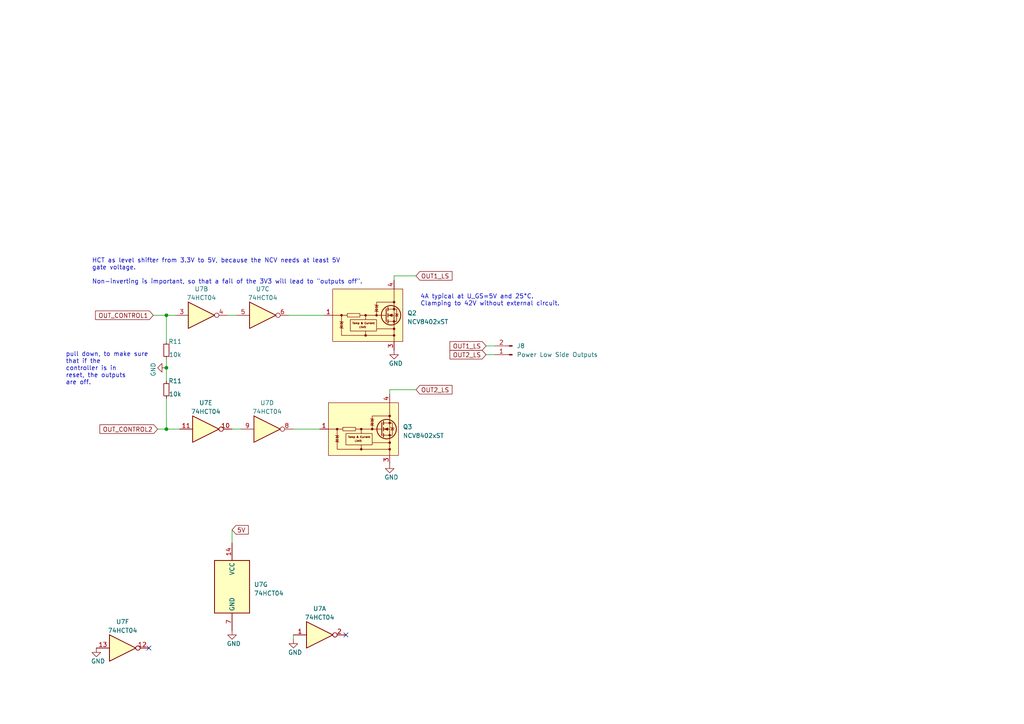
<source format=kicad_sch>
(kicad_sch (version 20231120) (generator "eeschema") (generator_version "8.0")
  (paper "A4")
  (lib_symbols
    (symbol "74xx:74HCT04"
      (property "Reference" "U" (at 0 1.27 0))
      (property "Value" "74HCT04" (at 0 -1.27 0))
      (symbol "74HCT04_1_0"
        (polyline (pts (xy -3.81 3.81) (xy -3.81 -3.81) (xy 3.81 0) (xy -3.81 3.81)) (stroke (width 0.254)) (fill (type background)))
        (pin input line (at -7.62 0 0) (length 3.81) (name "~") (number "1"))
        (pin output inverted (at 7.62 0 180) (length 3.81) (name "~") (number "2"))
      )
      (symbol "74HCT04_2_0"
        (polyline (pts (xy -3.81 3.81) (xy -3.81 -3.81) (xy 3.81 0) (xy -3.81 3.81)) (stroke (width 0.254)) (fill (type background)))
        (pin input line (at -7.62 0 0) (length 3.81) (name "~") (number "3"))
        (pin output inverted (at 7.62 0 180) (length 3.81) (name "~") (number "4"))
      )
      (symbol "74HCT04_3_0"
        (polyline (pts (xy -3.81 3.81) (xy -3.81 -3.81) (xy 3.81 0) (xy -3.81 3.81)) (stroke (width 0.254)) (fill (type background)))
        (pin input line (at -7.62 0 0) (length 3.81) (name "~") (number "5"))
        (pin output inverted (at 7.62 0 180) (length 3.81) (name "~") (number "6"))
      )
      (symbol "74HCT04_4_0"
        (polyline (pts (xy -3.81 3.81) (xy -3.81 -3.81) (xy 3.81 0) (xy -3.81 3.81)) (stroke (width 0.254)) (fill (type background)))
        (pin output inverted (at 7.62 0 180) (length 3.81) (name "~") (number "8"))
        (pin input line (at -7.62 0 0) (length 3.81) (name "~") (number "9"))
      )
      (symbol "74HCT04_5_0"
        (polyline (pts (xy -3.81 3.81) (xy -3.81 -3.81) (xy 3.81 0) (xy -3.81 3.81)) (stroke (width 0.254)) (fill (type background)))
        (pin output inverted (at 7.62 0 180) (length 3.81) (name "~") (number "10"))
        (pin input line (at -7.62 0 0) (length 3.81) (name "~") (number "11"))
      )
      (symbol "74HCT04_6_0"
        (polyline (pts (xy -3.81 3.81) (xy -3.81 -3.81) (xy 3.81 0) (xy -3.81 3.81)) (stroke (width 0.254)) (fill (type background)))
        (pin output inverted (at 7.62 0 180) (length 3.81) (name "~") (number "12"))
        (pin input line (at -7.62 0 0) (length 3.81) (name "~") (number "13"))
      )
      (symbol "74HCT04_7_0"
        (pin power_in line (at 0 12.7 270) (length 5.08) (name "VCC") (number "14"))
        (pin power_in line (at 0 -12.7 90) (length 5.08) (name "GND") (number "7"))
      )
      (symbol "74HCT04_7_1"
        (rectangle (start -5.08 7.62) (end 5.08 -7.62) (stroke (width 0.254)) (fill (type background)))
      )
    )
    (symbol "Connector:Conn_01x02_Pin" (pin_names (offset 1.016) hide)
      (property "Reference" "J" (at 0 2.54 0))
      (property "Value" "Conn_01x02_Pin" (at 0 -5.08 0))
      (symbol "Conn_01x02_Pin_1_1"
        (polyline (pts (xy 1.27 -2.54) (xy 0.8636 -2.54)) (stroke (width 0.1524)))
        (polyline (pts (xy 1.27 0) (xy 0.8636 0)) (stroke (width 0.1524)))
        (rectangle (start 0.8636 -2.413) (end 0 -2.667) (stroke (width 0.1524)) (fill (type outline)))
        (rectangle (start 0.8636 0.127) (end 0 -0.127) (stroke (width 0.1524)) (fill (type outline)))
        (pin passive line (at 5.08 0 180) (length 3.81) (name "Pin_1") (number "1"))
        (pin passive line (at 5.08 -2.54 180) (length 3.81) (name "Pin_2") (number "2"))
      )
    )
    (symbol "Device:R_Small" (pin_numbers hide) (pin_names (offset 0.254) hide)
      (property "Reference" "R" (at 0.762 0.508 0))
      (property "Value" "R_Small" (at 0.762 -1.016 0))
      (symbol "R_Small_0_1"
        (rectangle (start -0.762 1.778) (end 0.762 -1.778) (stroke (width 0.2032)))
      )
      (symbol "R_Small_1_1"
        (pin passive line (at 0 2.54 270) (length 0.762) (name "~") (number "1"))
        (pin passive line (at 0 -2.54 90) (length 0.762) (name "~") (number "2"))
      )
    )
    (symbol "Driver_FET:NCV8402xST" (pin_names (offset 0) hide)
      (property "Reference" "Q" (at 5.08 8.89 0))
      (property "Value" "NCV8402xST" (at -11.43 8.89 0))
      (symbol "NCV8402xST_0_0"
        (rectangle (start -10.16 7.62) (end 10.16 -7.62) (fill (type background)))
        (rectangle (start -5.969 0.508) (end -2.286 -0.508))
        (polyline (pts (xy 7.62 2.54) (xy 7.62 -7.62)))
        (polyline (pts (xy 7.62 2.54) (xy 7.62 7.62)))
        (polyline (pts (xy -0.635 -1.27) (xy -0.635 -0.635) (xy -0.635 0)))
        (polyline (pts (xy 2.54 0) (xy -2.286 0) (xy -0.889 0)))
        (polyline (pts (xy 2.54 0) (xy 2.54 3.81) (xy 7.62 3.81)))
        (polyline (pts (xy 7.62 -5.842) (xy -0.635 -5.842) (xy -0.635 -4.572)))
        (polyline (pts (xy -0.635 -5.842) (xy -7.62 -5.842) (xy -7.62 0) (xy -6.096 0)))
        (text "Limit" (at -1.524 -3.429 0) (effects (font (size 0.5334 0.5334))))
        (text "Temp & Current" (at -1.27 -2.286 0) (effects (font (size 0.5334 0.5334))))
      )
      (symbol "NCV8402xST_0_1"
        (rectangle (start -5.08 -1.27) (end 2.54 -4.572))
        (polyline (pts (xy -7.62 0) (xy -10.16 0)))
        (polyline (pts (xy 7.62 -3.937) (xy 2.667 -3.937)))
      )
      (symbol "NCV8402xST_1_1"
        (circle (center -7.62 0) (radius 0.2794) (fill (type outline)))
        (circle (center -0.635 -5.842) (radius 0.2794) (fill (type outline)))
        (circle (center -0.635 0) (radius 0.2794) (fill (type outline)))
        (polyline (pts (xy 2.54 0) (xy 5.334 0)))
        (polyline (pts (xy 5.842 -1.778) (xy 7.62 -1.778)))
        (polyline (pts (xy 5.842 -1.27) (xy 5.842 -2.286)) (stroke (width 0.254)))
        (polyline (pts (xy 5.842 0) (xy 7.62 0)))
        (polyline (pts (xy 5.842 0.508) (xy 5.842 -0.508)) (stroke (width 0.254)))
        (polyline (pts (xy 5.842 1.778) (xy 7.62 1.778)))
        (polyline (pts (xy 5.842 2.286) (xy 5.842 1.27)) (stroke (width 0.254)))
        (polyline (pts (xy 7.62 -1.778) (xy 7.62 -2.54)))
        (polyline (pts (xy 7.62 -1.778) (xy 7.62 0)))
        (polyline (pts (xy 7.62 2.54) (xy 7.62 1.778)))
        (polyline (pts (xy 5.334 1.905) (xy 5.334 -1.905) (xy 5.334 -1.905)) (stroke (width 0.254)))
        (polyline (pts (xy -8.128 -1.778) (xy -8.001 -1.905) (xy -7.239 -1.905) (xy -7.112 -2.032)))
        (polyline (pts (xy -7.62 -3.683) (xy -7.239 -3.048) (xy -8.001 -3.048) (xy -7.62 -3.683)))
        (polyline (pts (xy -7.62 -1.905) (xy -8.001 -2.54) (xy -7.239 -2.54) (xy -7.62 -1.905)))
        (polyline (pts (xy -7.112 -3.81) (xy -7.239 -3.683) (xy -8.001 -3.683) (xy -8.128 -3.556)))
        (polyline (pts (xy 2.032 3.048) (xy 2.159 2.921) (xy 2.921 2.921) (xy 3.048 2.794)))
        (polyline (pts (xy 2.54 1.143) (xy 2.921 1.778) (xy 2.159 1.778) (xy 2.54 1.143)))
        (polyline (pts (xy 2.54 2.921) (xy 2.159 2.286) (xy 2.921 2.286) (xy 2.54 2.921)))
        (polyline (pts (xy 3.048 1.016) (xy 2.921 1.143) (xy 2.159 1.143) (xy 2.032 1.27)))
        (polyline (pts (xy 6.096 0) (xy 7.112 0.381) (xy 7.112 -0.381) (xy 6.096 0)) (fill (type outline)))
        (polyline (pts (xy 7.62 -1.778) (xy 8.382 -1.778) (xy 8.382 1.778) (xy 7.62 1.778)))
        (polyline (pts (xy 7.874 0.508) (xy 8.001 0.381) (xy 8.763 0.381) (xy 8.89 0.254)))
        (polyline (pts (xy 8.382 0.381) (xy 8.001 -0.254) (xy 8.763 -0.254) (xy 8.382 0.381)))
        (circle (center 2.54 0) (radius 0.2794) (fill (type outline)))
        (circle (center 6.731 0) (radius 2.8194) (stroke (width 0.254)))
        (circle (center 7.62 -5.842) (radius 0.2794) (fill (type outline)))
        (circle (center 7.62 -3.937) (radius 0.2794) (fill (type outline)))
        (circle (center 7.62 -1.778) (radius 0.2794) (fill (type outline)))
        (circle (center 7.62 1.778) (radius 0.2794) (fill (type outline)))
        (circle (center 7.62 3.81) (radius 0.2794) (fill (type outline)))
        (pin input line (at -12.7 0 0) (length 2.54) (name "G") (number "1"))
        (pin passive line (at 7.62 10.16 270) (length 2.54) hide (name "D") (number "2"))
        (pin passive line (at 7.62 -10.16 90) (length 2.54) (name "S") (number "3"))
        (pin passive line (at 7.62 10.16 270) (length 2.54) (name "D") (number "4"))
      )
    )
    (symbol "power:GND" (power) (pin_names (offset 0))
      (property "Value" "GND" (at 0 -3.81 0))
      (symbol "GND_0_1"
        (polyline (pts (xy 0 0) (xy 0 -1.27) (xy 1.27 -1.27) (xy 0 -2.54) (xy -1.27 -1.27) (xy 0 -1.27)))
      )
      (symbol "GND_1_1"
        (pin power_in line (at 0 0 270) (length 0) hide (name "GND") (number "1"))
      )
    )
  )
  (junction (at 48.26 106.68))
  (junction (at 48.26 124.46))
  (junction (at 48.26 91.44))
  (no_connect (at 100.33 184.15))
  (no_connect (at 43.18 187.96))
  (wire (pts (xy 120.65 113.03) (xy 113.03 113.03)))
  (wire (pts (xy 48.26 91.44) (xy 50.8 91.44)))
  (wire (pts (xy 48.26 91.44) (xy 48.26 99.06)))
  (wire (pts (xy 85.09 184.15) (xy 85.09 185.42)))
  (wire (pts (xy 120.65 80.01) (xy 114.3 80.01)))
  (wire (pts (xy 85.09 124.46) (xy 92.71 124.46)))
  (wire (pts (xy 44.45 91.44) (xy 48.26 91.44)))
  (wire (pts (xy 83.82 91.44) (xy 93.98 91.44)))
  (wire (pts (xy 113.03 113.03) (xy 113.03 114.3)))
  (wire (pts (xy 66.04 91.44) (xy 68.58 91.44)))
  (wire (pts (xy 67.31 153.67) (xy 67.31 157.48)))
  (wire (pts (xy 67.31 124.46) (xy 69.85 124.46)))
  (wire (pts (xy 114.3 80.01) (xy 114.3 81.28)))
  (wire (pts (xy 48.26 104.14) (xy 48.26 106.68)))
  (wire (pts (xy 48.26 115.57) (xy 48.26 124.46)))
  (wire (pts (xy 140.97 100.33) (xy 143.51 100.33)))
  (wire (pts (xy 45.72 124.46) (xy 48.26 124.46)))
  (wire (pts (xy 140.97 102.87) (xy 143.51 102.87)))
  (wire (pts (xy 48.26 124.46) (xy 52.07 124.46)))
  (wire (pts (xy 48.26 106.68) (xy 48.26 110.49)))
  (text "HCT as level shifter from 3.3V to 5V, because the NCV needs at least 5V\ngate voltage.\n\nNon-inverting is important, so that a fail of the 3V3 will lead to \"outputs off\"." (at 26.67 82.55 0) (effects (font (size 1.27 1.27)) (justify left bottom)))
  (text "pull down, to make sure\nthat if the\ncontroller is in \nreset, the outputs\nare off." (at 19.05 111.76 0) (effects (font (size 1.27 1.27)) (justify left bottom)))
  (text "4A typical at U_GS=5V and 25°C.\nClamping to 42V without external circuit." (at 121.92 88.9 0) (effects (font (size 1.27 1.27)) (justify left bottom)))
  (global_label "OUT1_LS" (shape input) (at 140.97 100.33 180) (property "Intersheetrefs" "${INTERSHEET_REFS}" (effects (hide yes))))
  (global_label "5V" (shape input) (at 67.31 153.67 0) (property "Intersheetrefs" "${INTERSHEET_REFS}" (effects (hide yes))))
  (global_label "OUT2_LS" (shape input) (at 120.65 113.03 0) (property "Intersheetrefs" "${INTERSHEET_REFS}" (effects (hide yes))))
  (global_label "OUT_CONTROL2" (shape input) (at 45.72 124.46 180) (property "Intersheetrefs" "${INTERSHEET_REFS}" (effects (hide yes))))
  (global_label "OUT_CONTROL1" (shape input) (at 44.45 91.44 180) (property "Intersheetrefs" "${INTERSHEET_REFS}" (effects (hide yes))))
  (global_label "OUT1_LS" (shape input) (at 120.65 80.01 0) (property "Intersheetrefs" "${INTERSHEET_REFS}" (effects (hide yes))))
  (global_label "OUT2_LS" (shape input) (at 140.97 102.87 180) (property "Intersheetrefs" "${INTERSHEET_REFS}" (effects (hide yes))))
  (symbol (lib_id "74xx:74HCT04") (at 77.47 124.46 0) (unit 4)
    (property "Reference" "U7" (at 77.47 116.84 0))
    (property "Value" "74HCT04" (at 77.47 119.38 0))
    (property "Footprint" "Package_SO:SO-14_3.9x8.65mm_P1.27mm" (effects (hide yes)))
    (property "Datasheet" "https://assets.nexperia.com/documents/data-sheet/74HC_HCT04.pdf" (effects (hide yes)))
  )
  (symbol (lib_id "74xx:74HCT04") (at 92.71 184.15 0) (unit 1)
    (property "Reference" "U7" (at 92.71 176.53 0))
    (property "Value" "74HCT04" (at 92.71 179.07 0))
    (property "Footprint" "Package_SO:SO-14_3.9x8.65mm_P1.27mm" (effects (hide yes)))
    (property "Datasheet" "https://assets.nexperia.com/documents/data-sheet/74HC_HCT04.pdf" (effects (hide yes)))
  )
  (symbol (lib_id "74xx:74HCT04") (at 67.31 170.18 0) (unit 7)
    (property "Reference" "U7" (at 73.66 169.545 0) (effects (justify left)))
    (property "Value" "74HCT04" (at 73.66 172.085 0) (effects (justify left)))
    (property "Footprint" "Package_SO:SO-14_3.9x8.65mm_P1.27mm" (effects (hide yes)))
    (property "Datasheet" "https://assets.nexperia.com/documents/data-sheet/74HC_HCT04.pdf" (effects (hide yes)))
  )
  (symbol (lib_id "power:GND") (at 85.09 185.42 0) (unit 1)
    (property "Reference" "#PWR048" (effects (hide yes)))
    (property "Value" "GND" (at 87.63 189.23 0) (effects (justify right)))
    (instances (project "qca7000" (path "" (reference "#PWR048") (unit 1)) (path "" (reference "#PWR080") (unit 1)) (path "" (reference "#PWR069") (unit 1))))
  )
  (symbol (lib_id "74xx:74HCT04") (at 35.56 187.96 0) (unit 6)
    (property "Reference" "U7" (at 35.56 180.34 0))
    (property "Value" "74HCT04" (at 35.56 182.88 0))
    (property "Footprint" "Package_SO:SO-14_3.9x8.65mm_P1.27mm" (effects (hide yes)))
    (property "Datasheet" "https://assets.nexperia.com/documents/data-sheet/74HC_HCT04.pdf" (effects (hide yes)))
  )
  (symbol (lib_id "Device:R_Small") (at 48.26 113.03 0) (unit 1)
    (property "Reference" "R11" (at 50.8 110.49 0))
    (property "Value" "10k" (at 50.8 114.3 0))
    (property "Footprint" "Resistor_SMD:R_1206_3216Metric_Pad1.30x1.75mm_HandSolder" (effects (hide yes)))
    (property "LCSC" "C25804" (effects (hide yes)))
    (instances (project "qca7000" (path "" (reference "R11") (unit 1)) (path "" (reference "R30") (unit 1)) (path "" (reference "R11") (unit 1))))
  )
  (symbol (lib_id "power:GND") (at 48.26 106.68 270) (unit 1)
    (property "Reference" "#PWR048" (effects (hide yes)))
    (property "Value" "GND" (at 44.45 109.22 0) (effects (justify right)))
    (instances (project "qca7000" (path "" (reference "#PWR048") (unit 1)) (path "" (reference "#PWR091") (unit 1)) (path "" (reference "#PWR069") (unit 1))))
  )
  (symbol (lib_id "power:GND") (at 27.94 187.96 0) (unit 1)
    (property "Reference" "#PWR048" (effects (hide yes)))
    (property "Value" "GND" (at 30.48 191.77 0) (effects (justify right)))
    (instances (project "qca7000" (path "" (reference "#PWR048") (unit 1)) (path "" (reference "#PWR081") (unit 1)) (path "" (reference "#PWR069") (unit 1))))
  )
  (symbol (lib_id "Driver_FET:NCV8402xST") (at 106.68 91.44 0) (unit 1)
    (property "Reference" "Q2" (at 118.11 90.805 0) (effects (justify left)))
    (property "Value" "NCV8402xST" (at 118.11 93.345 0) (effects (justify left)))
    (property "Footprint" "Package_TO_SOT_SMD:SOT-223" (effects (hide yes)))
    (property "Datasheet" "https://www.onsemi.com/pub/Collateral/NCV8402-D.PDF" (effects (hide yes)))
  )
  (symbol (lib_id "Driver_FET:NCV8402xST") (at 105.41 124.46 0) (unit 1)
    (property "Reference" "Q3" (at 116.84 123.825 0) (effects (justify left)))
    (property "Value" "NCV8402xST" (at 116.84 126.365 0) (effects (justify left)))
    (property "Footprint" "Package_TO_SOT_SMD:SOT-223" (effects (hide yes)))
    (property "Datasheet" "https://www.onsemi.com/pub/Collateral/NCV8402-D.PDF" (effects (hide yes)))
  )
  (symbol (lib_id "74xx:74HCT04") (at 59.69 124.46 0) (unit 5)
    (property "Reference" "U7" (at 59.69 116.84 0))
    (property "Value" "74HCT04" (at 59.69 119.38 0))
    (property "Footprint" "Package_SO:SO-14_3.9x8.65mm_P1.27mm" (effects (hide yes)))
    (property "Datasheet" "https://assets.nexperia.com/documents/data-sheet/74HC_HCT04.pdf" (effects (hide yes)))
  )
  (symbol (lib_id "74xx:74HCT04") (at 76.2 91.44 0) (unit 3)
    (property "Reference" "U7" (at 76.2 83.82 0))
    (property "Value" "74HCT04" (at 76.2 86.36 0))
    (property "Footprint" "Package_SO:SO-14_3.9x8.65mm_P1.27mm" (effects (hide yes)))
    (property "Datasheet" "https://assets.nexperia.com/documents/data-sheet/74HC_HCT04.pdf" (effects (hide yes)))
  )
  (symbol (lib_id "Connector:Conn_01x02_Pin") (at 148.59 102.87 180) (unit 1)
    (property "Reference" "J8" (at 149.86 100.3299 0) (effects (justify right)))
    (property "Value" "Power Low Side Outputs" (at 149.86 102.8699 0) (effects (justify right)))
    (property "Footprint" "Connector_PinHeader_2.54mm:PinHeader_1x02_P2.54mm_Vertical" (effects (hide yes)))
    (instances (project "qca7000" (path "" (reference "J8") (unit 1)) (path "" (reference "J7") (unit 1))))
  )
  (symbol (lib_id "power:GND") (at 114.3 101.6 0) (unit 1)
    (property "Reference" "#PWR048" (effects (hide yes)))
    (property "Value" "GND" (at 116.84 105.41 0) (effects (justify right)))
    (instances (project "qca7000" (path "" (reference "#PWR048") (unit 1)) (path "" (reference "#PWR077") (unit 1)) (path "" (reference "#PWR069") (unit 1))))
  )
  (symbol (lib_id "power:GND") (at 67.31 182.88 0) (unit 1)
    (property "Reference" "#PWR048" (effects (hide yes)))
    (property "Value" "GND" (at 69.85 186.69 0) (effects (justify right)))
    (instances (project "qca7000" (path "" (reference "#PWR048") (unit 1)) (path "" (reference "#PWR079") (unit 1)) (path "" (reference "#PWR069") (unit 1))))
  )
  (symbol (lib_id "power:GND") (at 113.03 134.62 0) (unit 1)
    (property "Reference" "#PWR048" (effects (hide yes)))
    (property "Value" "GND" (at 115.57 138.43 0) (effects (justify right)))
    (instances (project "qca7000" (path "" (reference "#PWR048") (unit 1)) (path "" (reference "#PWR078") (unit 1)) (path "" (reference "#PWR069") (unit 1))))
  )
  (symbol (lib_id "74xx:74HCT04") (at 58.42 91.44 0) (unit 2)
    (property "Reference" "U7" (at 58.42 83.82 0))
    (property "Value" "74HCT04" (at 58.42 86.36 0))
    (property "Footprint" "Package_SO:SO-14_3.9x8.65mm_P1.27mm" (effects (hide yes)))
    (property "Datasheet" "https://assets.nexperia.com/documents/data-sheet/74HC_HCT04.pdf" (effects (hide yes)))
  )
  (symbol (lib_id "Device:R_Small") (at 48.26 101.6 0) (unit 1)
    (property "Reference" "R11" (at 50.8 99.06 0))
    (property "Value" "10k" (at 50.8 102.87 0))
    (property "Footprint" "Resistor_SMD:R_1206_3216Metric_Pad1.30x1.75mm_HandSolder" (effects (hide yes)))
    (property "LCSC" "C25804" (effects (hide yes)))
    (instances (project "qca7000" (path "" (reference "R11") (unit 1)) (path "" (reference "R29") (unit 1)) (path "" (reference "R11") (unit 1))))
  )
)
</source>
